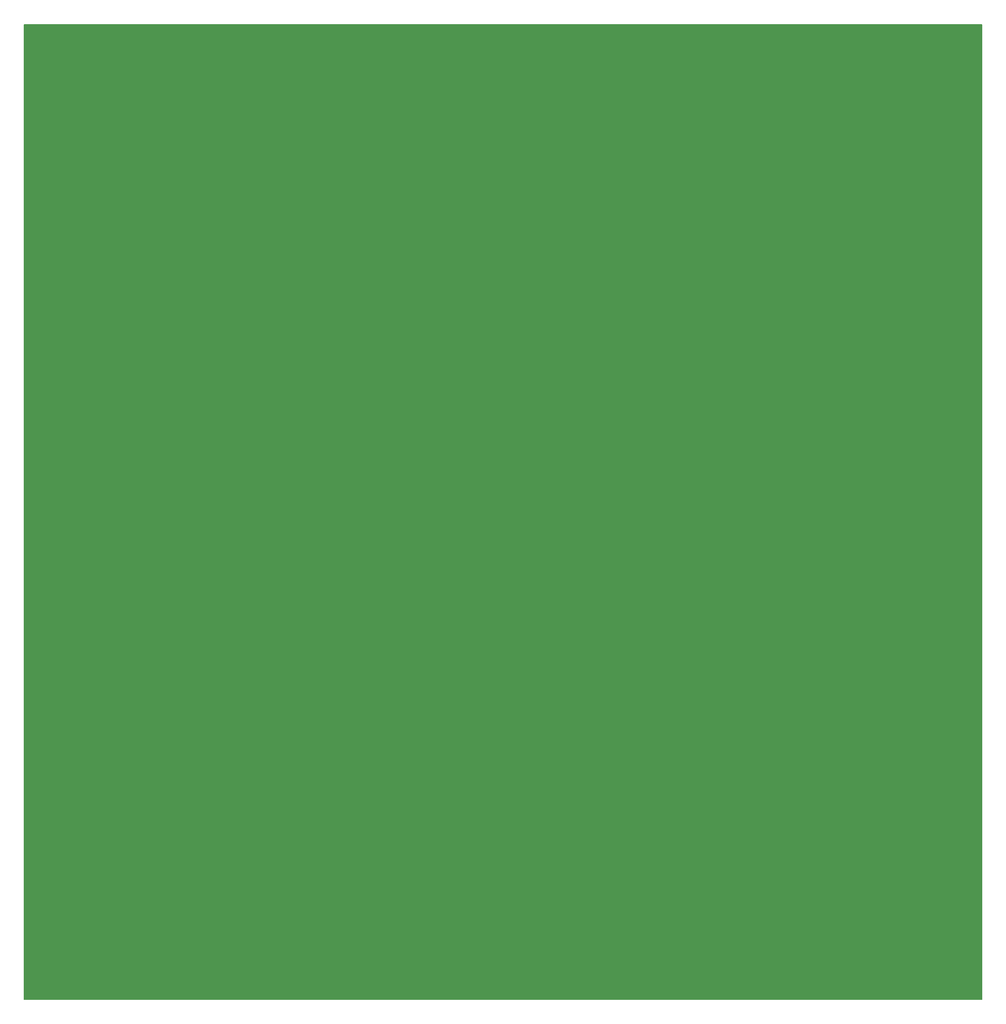
<source format=gbr>
%TF.GenerationSoftware,KiCad,Pcbnew,7.0.9*%
%TF.CreationDate,2024-08-20T19:02:26-06:00*%
%TF.ProjectId,bottom 40k layer,626f7474-6f6d-4203-9430-6b206c617965,rev?*%
%TF.SameCoordinates,Original*%
%TF.FileFunction,Soldermask,Bot*%
%TF.FilePolarity,Negative*%
%FSLAX46Y46*%
G04 Gerber Fmt 4.6, Leading zero omitted, Abs format (unit mm)*
G04 Created by KiCad (PCBNEW 7.0.9) date 2024-08-20 19:02:26*
%MOMM*%
%LPD*%
G01*
G04 APERTURE LIST*
%ADD10C,0.150000*%
%ADD11C,3.450000*%
G04 APERTURE END LIST*
D10*
X-24700000Y17200000D02*
X169900000Y17200000D01*
X169900000Y-180900000D01*
X-24700000Y-180900000D01*
X-24700000Y17200000D01*
G36*
X-24700000Y17200000D02*
G01*
X169900000Y17200000D01*
X169900000Y-180900000D01*
X-24700000Y-180900000D01*
X-24700000Y17200000D01*
G37*
D11*
%TO.C,H2*%
X123075000Y-42686250D03*
%TD*%
%TO.C,H4*%
X123075000Y-130058750D03*
%TD*%
%TO.C,H3*%
X41025000Y-130058750D03*
%TD*%
%TO.C,H1*%
X41025000Y-42686250D03*
%TD*%
M02*

</source>
